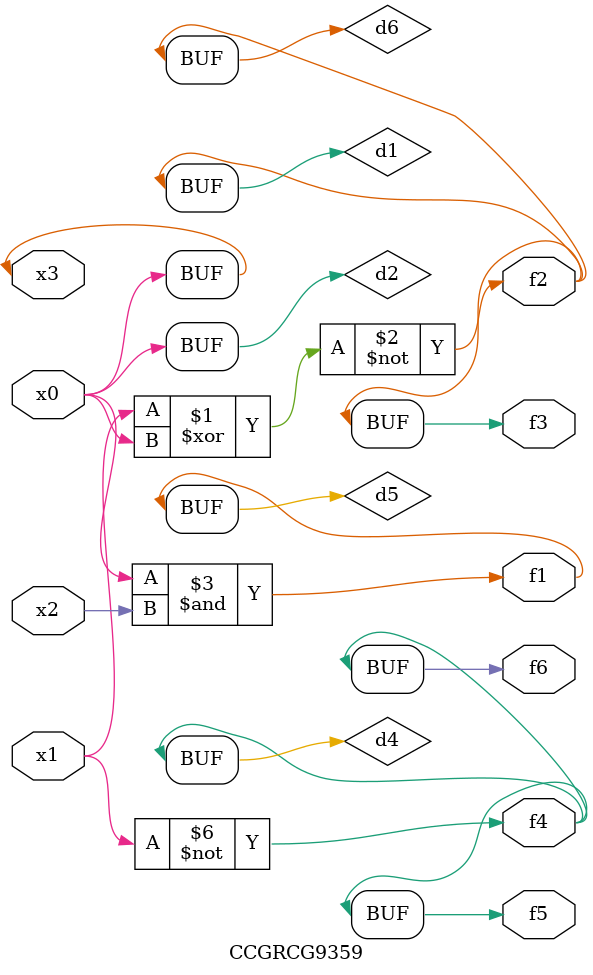
<source format=v>
module CCGRCG9359(
	input x0, x1, x2, x3,
	output f1, f2, f3, f4, f5, f6
);

	wire d1, d2, d3, d4, d5, d6;

	xnor (d1, x1, x3);
	buf (d2, x0, x3);
	nand (d3, x0, x2);
	not (d4, x1);
	nand (d5, d3);
	or (d6, d1);
	assign f1 = d5;
	assign f2 = d6;
	assign f3 = d6;
	assign f4 = d4;
	assign f5 = d4;
	assign f6 = d4;
endmodule

</source>
